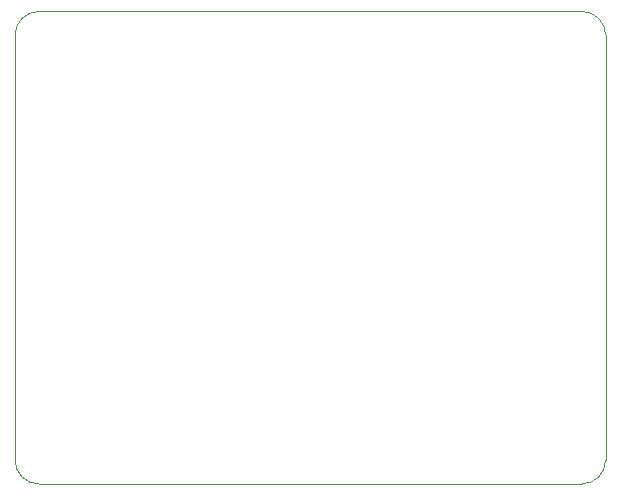
<source format=gbr>
%TF.GenerationSoftware,KiCad,Pcbnew,8.0.2*%
%TF.CreationDate,2024-06-04T11:42:55+09:00*%
%TF.ProjectId,RoboMaster branch circuit substrate,526f626f-4d61-4737-9465-72206272616e,rev?*%
%TF.SameCoordinates,Original*%
%TF.FileFunction,Profile,NP*%
%FSLAX46Y46*%
G04 Gerber Fmt 4.6, Leading zero omitted, Abs format (unit mm)*
G04 Created by KiCad (PCBNEW 8.0.2) date 2024-06-04 11:42:55*
%MOMM*%
%LPD*%
G01*
G04 APERTURE LIST*
%TA.AperFunction,Profile*%
%ADD10C,0.050000*%
%TD*%
G04 APERTURE END LIST*
D10*
X75800000Y-53100000D02*
X75800000Y-89100000D01*
X77800000Y-91100000D02*
G75*
G02*
X75800000Y-89100000I0J2000000D01*
G01*
X75800000Y-53100000D02*
G75*
G02*
X77800000Y-51100000I2000000J0D01*
G01*
X77800000Y-91100000D02*
X123800000Y-91100000D01*
X125800000Y-89100000D02*
X125800000Y-53100000D01*
X123800000Y-51100000D02*
G75*
G02*
X125800000Y-53100000I0J-2000000D01*
G01*
X123800000Y-51100000D02*
X77800000Y-51100000D01*
X125800000Y-89100000D02*
G75*
G02*
X123800000Y-91100000I-2000000J0D01*
G01*
M02*

</source>
